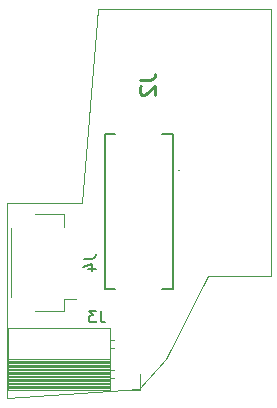
<source format=gbr>
%TF.GenerationSoftware,KiCad,Pcbnew,7.0.10*%
%TF.CreationDate,2024-06-17T16:45:55-04:00*%
%TF.ProjectId,MidInterface1.1.1,4d696449-6e74-4657-9266-616365312e31,rev?*%
%TF.SameCoordinates,PX772dc40PY4d83c00*%
%TF.FileFunction,Legend,Bot*%
%TF.FilePolarity,Positive*%
%FSLAX46Y46*%
G04 Gerber Fmt 4.6, Leading zero omitted, Abs format (unit mm)*
G04 Created by KiCad (PCBNEW 7.0.10) date 2024-06-17 16:45:55*
%MOMM*%
%LPD*%
G01*
G04 APERTURE LIST*
%ADD10C,0.150000*%
%ADD11C,0.254000*%
%ADD12C,0.120000*%
%ADD13C,0.200000*%
%ADD14C,0.100000*%
%TA.AperFunction,Profile*%
%ADD15C,0.025400*%
%TD*%
G04 APERTURE END LIST*
D10*
X7953333Y7403181D02*
X7953333Y6688896D01*
X7953333Y6688896D02*
X8000952Y6546039D01*
X8000952Y6546039D02*
X8096190Y6450800D01*
X8096190Y6450800D02*
X8239047Y6403181D01*
X8239047Y6403181D02*
X8334285Y6403181D01*
X7572380Y7403181D02*
X6953333Y7403181D01*
X6953333Y7403181D02*
X7286666Y7022229D01*
X7286666Y7022229D02*
X7143809Y7022229D01*
X7143809Y7022229D02*
X7048571Y6974610D01*
X7048571Y6974610D02*
X7000952Y6926991D01*
X7000952Y6926991D02*
X6953333Y6831753D01*
X6953333Y6831753D02*
X6953333Y6593658D01*
X6953333Y6593658D02*
X7000952Y6498420D01*
X7000952Y6498420D02*
X7048571Y6450800D01*
X7048571Y6450800D02*
X7143809Y6403181D01*
X7143809Y6403181D02*
X7429523Y6403181D01*
X7429523Y6403181D02*
X7524761Y6450800D01*
X7524761Y6450800D02*
X7572380Y6498420D01*
D11*
X11242318Y26940933D02*
X12149461Y26940933D01*
X12149461Y26940933D02*
X12330889Y27001410D01*
X12330889Y27001410D02*
X12451842Y27122362D01*
X12451842Y27122362D02*
X12512318Y27303791D01*
X12512318Y27303791D02*
X12512318Y27424743D01*
X11363270Y26396648D02*
X11302794Y26336172D01*
X11302794Y26336172D02*
X11242318Y26215219D01*
X11242318Y26215219D02*
X11242318Y25912838D01*
X11242318Y25912838D02*
X11302794Y25791886D01*
X11302794Y25791886D02*
X11363270Y25731410D01*
X11363270Y25731410D02*
X11484222Y25670933D01*
X11484222Y25670933D02*
X11605175Y25670933D01*
X11605175Y25670933D02*
X11786603Y25731410D01*
X11786603Y25731410D02*
X12512318Y26457124D01*
X12512318Y26457124D02*
X12512318Y25670933D01*
D10*
X6514819Y11803334D02*
X7229104Y11803334D01*
X7229104Y11803334D02*
X7371961Y11850953D01*
X7371961Y11850953D02*
X7467200Y11946191D01*
X7467200Y11946191D02*
X7514819Y12089048D01*
X7514819Y12089048D02*
X7514819Y12184286D01*
X6848152Y10898572D02*
X7514819Y10898572D01*
X6467200Y11136667D02*
X7181485Y11374762D01*
X7181485Y11374762D02*
X7181485Y10755715D01*
D12*
%TO.C,J3*%
X70000Y5902000D02*
X8700000Y5902000D01*
X70000Y3302000D02*
X8700000Y3302000D01*
X70000Y3183900D02*
X8700000Y3183900D01*
X70000Y3065805D02*
X8700000Y3065805D01*
X70000Y2947710D02*
X8700000Y2947710D01*
X70000Y2829615D02*
X8700000Y2829615D01*
X70000Y2711520D02*
X8700000Y2711520D01*
X70000Y2593425D02*
X8700000Y2593425D01*
X70000Y2475330D02*
X8700000Y2475330D01*
X70000Y2357235D02*
X8700000Y2357235D01*
X70000Y2239140D02*
X8700000Y2239140D01*
X70000Y2121045D02*
X8700000Y2121045D01*
X70000Y2002950D02*
X8700000Y2002950D01*
X70000Y1884855D02*
X8700000Y1884855D01*
X70000Y1766760D02*
X8700000Y1766760D01*
X70000Y1648665D02*
X8700000Y1648665D01*
X70000Y1530570D02*
X8700000Y1530570D01*
X70000Y1412475D02*
X8700000Y1412475D01*
X70000Y1294380D02*
X8700000Y1294380D01*
X70000Y1176285D02*
X8700000Y1176285D01*
X70000Y1058190D02*
X8700000Y1058190D01*
X70000Y940095D02*
X8700000Y940095D01*
X70000Y822000D02*
X8700000Y822000D01*
X70000Y702000D02*
X70000Y5902000D01*
X70000Y702000D02*
X8700000Y702000D01*
X8700000Y4932000D02*
X9110000Y4932000D01*
X8700000Y4212000D02*
X9110000Y4212000D01*
X8700000Y2392000D02*
X9050000Y2392000D01*
X8700000Y1672000D02*
X9050000Y1672000D01*
X8700000Y702000D02*
X8700000Y5902000D01*
X10160000Y702000D02*
X11270000Y702000D01*
X11270000Y702000D02*
X11270000Y2032000D01*
D13*
%TO.C,J2*%
X14036000Y22374000D02*
X14036000Y9254000D01*
X13176000Y22374000D02*
X14036000Y22374000D01*
X8316000Y22354000D02*
X9176000Y22374000D01*
D14*
X14576000Y19304000D02*
X14576000Y19304000D01*
X14476000Y19304000D02*
X14476000Y19304000D01*
D13*
X14036000Y9254000D02*
X13176000Y9254000D01*
X9176000Y9234000D02*
X8316000Y9234000D01*
X8316000Y9234000D02*
X8316000Y22354000D01*
D14*
X14476000Y19304000D02*
G75*
G03*
X14576000Y19304000I50000J0D01*
G01*
X14576000Y19304000D02*
G75*
G03*
X14476000Y19304000I-50000J0D01*
G01*
D12*
%TO.C,J4*%
X2365000Y7360000D02*
X4865000Y7360000D01*
X4865000Y7360000D02*
X4865000Y8410000D01*
X4865000Y8410000D02*
X5855000Y8410000D01*
X395000Y8530000D02*
X395000Y14410000D01*
X2365000Y15580000D02*
X4865000Y15580000D01*
X4865000Y15580000D02*
X4865000Y14530000D01*
%TD*%
D15*
X22352000Y10312400D02*
X17018000Y10312400D01*
X6350000Y16510000D02*
X0Y16510000D01*
X7721600Y32918400D02*
X22352000Y32918400D01*
X17018000Y10312400D02*
X13462000Y3302000D01*
X11176000Y762000D02*
X13462000Y3302000D01*
X6350000Y16510000D02*
X7721600Y32918400D01*
X0Y0D02*
X0Y16510000D01*
X22352000Y32918400D02*
X22352000Y10312400D01*
X11176000Y762000D02*
X0Y0D01*
M02*

</source>
